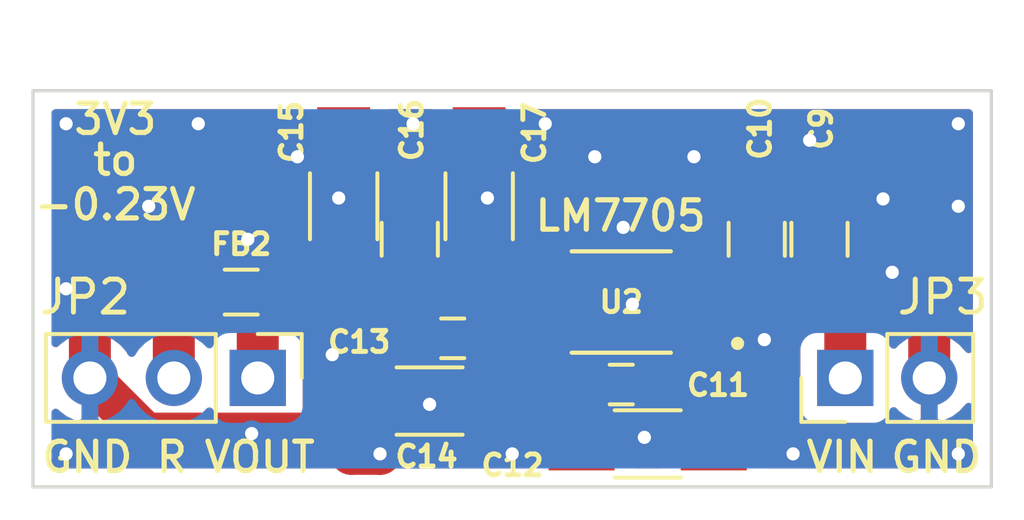
<source format=kicad_pcb>
(kicad_pcb (version 20171130) (host pcbnew "(5.1.6-0-10_14)")

  (general
    (thickness 1.6)
    (drawings 14)
    (tracks 115)
    (zones 0)
    (modules 13)
    (nets 8)
  )

  (page A4)
  (layers
    (0 F.Cu signal)
    (31 B.Cu signal)
    (32 B.Adhes user)
    (33 F.Adhes user)
    (34 B.Paste user)
    (35 F.Paste user)
    (36 B.SilkS user)
    (37 F.SilkS user)
    (38 B.Mask user)
    (39 F.Mask user)
    (40 Dwgs.User user)
    (41 Cmts.User user)
    (42 Eco1.User user)
    (43 Eco2.User user)
    (44 Edge.Cuts user)
    (45 Margin user)
    (46 B.CrtYd user)
    (47 F.CrtYd user)
    (48 B.Fab user)
    (49 F.Fab user hide)
  )

  (setup
    (last_trace_width 1.27)
    (user_trace_width 0.381)
    (user_trace_width 0.508)
    (user_trace_width 0.762)
    (user_trace_width 1.27)
    (user_trace_width 2.54)
    (trace_clearance 0.2)
    (zone_clearance 0.508)
    (zone_45_only no)
    (trace_min 0.2)
    (via_size 0.8)
    (via_drill 0.4)
    (via_min_size 0.4)
    (via_min_drill 0.3)
    (uvia_size 0.3)
    (uvia_drill 0.1)
    (uvias_allowed no)
    (uvia_min_size 0.2)
    (uvia_min_drill 0.1)
    (edge_width 0.1)
    (segment_width 0.2)
    (pcb_text_width 0.3)
    (pcb_text_size 1.5 1.5)
    (mod_edge_width 0.15)
    (mod_text_size 1 1)
    (mod_text_width 0.15)
    (pad_size 1.524 1.524)
    (pad_drill 0.762)
    (pad_to_mask_clearance 0)
    (aux_axis_origin 0 0)
    (visible_elements FFFFFF7F)
    (pcbplotparams
      (layerselection 0x010fc_ffffffff)
      (usegerberextensions true)
      (usegerberattributes true)
      (usegerberadvancedattributes true)
      (creategerberjobfile true)
      (excludeedgelayer true)
      (linewidth 0.100000)
      (plotframeref false)
      (viasonmask false)
      (mode 1)
      (useauxorigin false)
      (hpglpennumber 1)
      (hpglpenspeed 20)
      (hpglpendiameter 15.000000)
      (psnegative false)
      (psa4output false)
      (plotreference true)
      (plotvalue true)
      (plotinvisibletext false)
      (padsonsilk false)
      (subtractmaskfromsilk false)
      (outputformat 1)
      (mirror false)
      (drillshape 0)
      (scaleselection 1)
      (outputdirectory ""))
  )

  (net 0 "")
  (net 1 GND)
  (net 2 "Net-(C11-Pad2)")
  (net 3 "Net-(C11-Pad1)")
  (net 4 "Net-(C13-Pad2)")
  (net 5 "Net-(C15-Pad2)")
  (net 6 "Net-(FB2-Pad1)")
  (net 7 "Net-(C10-Pad2)")

  (net_class Default "This is the default net class."
    (clearance 0.2)
    (trace_width 0.25)
    (via_dia 0.8)
    (via_drill 0.4)
    (uvia_dia 0.3)
    (uvia_drill 0.1)
    (add_net GND)
    (add_net "Net-(C10-Pad2)")
    (add_net "Net-(C11-Pad1)")
    (add_net "Net-(C11-Pad2)")
    (add_net "Net-(C13-Pad2)")
    (add_net "Net-(C15-Pad2)")
    (add_net "Net-(FB2-Pad1)")
  )

  (module Capacitors_SMD:C_0805_HandSoldering (layer F.Cu) (tedit 58AA84A8) (tstamp 608770AD)
    (at 138.8 91.5 270)
    (descr "Capacitor SMD 0805, hand soldering")
    (tags "capacitor 0805")
    (path /60886FCB)
    (attr smd)
    (fp_text reference C9 (at -3.35 -0.05 90) (layer F.SilkS)
      (effects (font (size 0.635 0.635) (thickness 0.15)))
    )
    (fp_text value 10uF (at 0 1.75 90) (layer F.Fab)
      (effects (font (size 1 1) (thickness 0.15)))
    )
    (fp_text user %R (at 0 -1.75 90) (layer F.Fab)
      (effects (font (size 1 1) (thickness 0.15)))
    )
    (fp_line (start -1 0.62) (end -1 -0.62) (layer F.Fab) (width 0.1))
    (fp_line (start 1 0.62) (end -1 0.62) (layer F.Fab) (width 0.1))
    (fp_line (start 1 -0.62) (end 1 0.62) (layer F.Fab) (width 0.1))
    (fp_line (start -1 -0.62) (end 1 -0.62) (layer F.Fab) (width 0.1))
    (fp_line (start 0.5 -0.85) (end -0.5 -0.85) (layer F.SilkS) (width 0.12))
    (fp_line (start -0.5 0.85) (end 0.5 0.85) (layer F.SilkS) (width 0.12))
    (fp_line (start -2.25 -0.88) (end 2.25 -0.88) (layer F.CrtYd) (width 0.05))
    (fp_line (start -2.25 -0.88) (end -2.25 0.87) (layer F.CrtYd) (width 0.05))
    (fp_line (start 2.25 0.87) (end 2.25 -0.88) (layer F.CrtYd) (width 0.05))
    (fp_line (start 2.25 0.87) (end -2.25 0.87) (layer F.CrtYd) (width 0.05))
    (pad 2 smd rect (at 1.25 0 270) (size 1.5 1.25) (layers F.Cu F.Paste F.Mask)
      (net 7 "Net-(C10-Pad2)"))
    (pad 1 smd rect (at -1.25 0 270) (size 1.5 1.25) (layers F.Cu F.Paste F.Mask)
      (net 1 GND))
    (model Capacitors_SMD.3dshapes/C_0805.wrl
      (at (xyz 0 0 0))
      (scale (xyz 1 1 1))
      (rotate (xyz 0 0 0))
    )
  )

  (module Capacitors_SMD:C_0805_HandSoldering (layer F.Cu) (tedit 58AA84A8) (tstamp 6087707D)
    (at 136.9 91.5 270)
    (descr "Capacitor SMD 0805, hand soldering")
    (tags "capacitor 0805")
    (path /60887854)
    (attr smd)
    (fp_text reference C10 (at -3.35 -0.1 90) (layer F.SilkS)
      (effects (font (size 0.635 0.635) (thickness 0.15)))
    )
    (fp_text value 10uF (at 0 1.75 90) (layer F.Fab)
      (effects (font (size 1 1) (thickness 0.15)))
    )
    (fp_line (start 2.25 0.87) (end -2.25 0.87) (layer F.CrtYd) (width 0.05))
    (fp_line (start 2.25 0.87) (end 2.25 -0.88) (layer F.CrtYd) (width 0.05))
    (fp_line (start -2.25 -0.88) (end -2.25 0.87) (layer F.CrtYd) (width 0.05))
    (fp_line (start -2.25 -0.88) (end 2.25 -0.88) (layer F.CrtYd) (width 0.05))
    (fp_line (start -0.5 0.85) (end 0.5 0.85) (layer F.SilkS) (width 0.12))
    (fp_line (start 0.5 -0.85) (end -0.5 -0.85) (layer F.SilkS) (width 0.12))
    (fp_line (start -1 -0.62) (end 1 -0.62) (layer F.Fab) (width 0.1))
    (fp_line (start 1 -0.62) (end 1 0.62) (layer F.Fab) (width 0.1))
    (fp_line (start 1 0.62) (end -1 0.62) (layer F.Fab) (width 0.1))
    (fp_line (start -1 0.62) (end -1 -0.62) (layer F.Fab) (width 0.1))
    (fp_text user %R (at 0 -1.75 90) (layer F.Fab)
      (effects (font (size 1 1) (thickness 0.15)))
    )
    (pad 1 smd rect (at -1.25 0 270) (size 1.5 1.25) (layers F.Cu F.Paste F.Mask)
      (net 1 GND))
    (pad 2 smd rect (at 1.25 0 270) (size 1.5 1.25) (layers F.Cu F.Paste F.Mask)
      (net 7 "Net-(C10-Pad2)"))
    (model Capacitors_SMD.3dshapes/C_0805.wrl
      (at (xyz 0 0 0))
      (scale (xyz 1 1 1))
      (rotate (xyz 0 0 0))
    )
  )

  (module Capacitors_SMD:C_0603_HandSoldering (layer F.Cu) (tedit 58AA848B) (tstamp 60876501)
    (at 132.8 95.9)
    (descr "Capacitor SMD 0603, hand soldering")
    (tags "capacitor 0603")
    (path /6088469B)
    (attr smd)
    (fp_text reference C11 (at 2.93 0.02) (layer F.SilkS)
      (effects (font (size 0.635 0.635) (thickness 0.15)))
    )
    (fp_text value 4.7uF (at 0 1.5) (layer F.Fab)
      (effects (font (size 1 1) (thickness 0.15)))
    )
    (fp_text user %R (at 0 -1.25) (layer F.Fab)
      (effects (font (size 1 1) (thickness 0.15)))
    )
    (fp_line (start -0.8 0.4) (end -0.8 -0.4) (layer F.Fab) (width 0.1))
    (fp_line (start 0.8 0.4) (end -0.8 0.4) (layer F.Fab) (width 0.1))
    (fp_line (start 0.8 -0.4) (end 0.8 0.4) (layer F.Fab) (width 0.1))
    (fp_line (start -0.8 -0.4) (end 0.8 -0.4) (layer F.Fab) (width 0.1))
    (fp_line (start -0.35 -0.6) (end 0.35 -0.6) (layer F.SilkS) (width 0.12))
    (fp_line (start 0.35 0.6) (end -0.35 0.6) (layer F.SilkS) (width 0.12))
    (fp_line (start -1.8 -0.65) (end 1.8 -0.65) (layer F.CrtYd) (width 0.05))
    (fp_line (start -1.8 -0.65) (end -1.8 0.65) (layer F.CrtYd) (width 0.05))
    (fp_line (start 1.8 0.65) (end 1.8 -0.65) (layer F.CrtYd) (width 0.05))
    (fp_line (start 1.8 0.65) (end -1.8 0.65) (layer F.CrtYd) (width 0.05))
    (pad 2 smd rect (at 0.95 0) (size 1.2 0.75) (layers F.Cu F.Paste F.Mask)
      (net 2 "Net-(C11-Pad2)"))
    (pad 1 smd rect (at -0.95 0) (size 1.2 0.75) (layers F.Cu F.Paste F.Mask)
      (net 3 "Net-(C11-Pad1)"))
    (model Capacitors_SMD.3dshapes/C_0603.wrl
      (at (xyz 0 0 0))
      (scale (xyz 1 1 1))
      (rotate (xyz 0 0 0))
    )
  )

  (module Capacitors_SMD:C_1206_HandSoldering (layer F.Cu) (tedit 58AA84D1) (tstamp 60876512)
    (at 133.6 97.7)
    (descr "Capacitor SMD 1206, hand soldering")
    (tags "capacitor 1206")
    (path /60884BE8)
    (attr smd)
    (fp_text reference C12 (at -4.09 0.65) (layer F.SilkS)
      (effects (font (size 0.635 0.635) (thickness 0.15)))
    )
    (fp_text value DNP (at 0 2) (layer F.Fab)
      (effects (font (size 1 1) (thickness 0.15)))
    )
    (fp_text user %R (at 0 -1.75) (layer F.Fab)
      (effects (font (size 1 1) (thickness 0.15)))
    )
    (fp_line (start -1.6 0.8) (end -1.6 -0.8) (layer F.Fab) (width 0.1))
    (fp_line (start 1.6 0.8) (end -1.6 0.8) (layer F.Fab) (width 0.1))
    (fp_line (start 1.6 -0.8) (end 1.6 0.8) (layer F.Fab) (width 0.1))
    (fp_line (start -1.6 -0.8) (end 1.6 -0.8) (layer F.Fab) (width 0.1))
    (fp_line (start 1 -1.02) (end -1 -1.02) (layer F.SilkS) (width 0.12))
    (fp_line (start -1 1.02) (end 1 1.02) (layer F.SilkS) (width 0.12))
    (fp_line (start -3.25 -1.05) (end 3.25 -1.05) (layer F.CrtYd) (width 0.05))
    (fp_line (start -3.25 -1.05) (end -3.25 1.05) (layer F.CrtYd) (width 0.05))
    (fp_line (start 3.25 1.05) (end 3.25 -1.05) (layer F.CrtYd) (width 0.05))
    (fp_line (start 3.25 1.05) (end -3.25 1.05) (layer F.CrtYd) (width 0.05))
    (pad 2 smd rect (at 2 0) (size 2 1.6) (layers F.Cu F.Paste F.Mask)
      (net 2 "Net-(C11-Pad2)"))
    (pad 1 smd rect (at -2 0) (size 2 1.6) (layers F.Cu F.Paste F.Mask)
      (net 3 "Net-(C11-Pad1)"))
    (model Capacitors_SMD.3dshapes/C_1206.wrl
      (at (xyz 0 0 0))
      (scale (xyz 1 1 1))
      (rotate (xyz 0 0 0))
    )
  )

  (module Capacitors_SMD:C_0603_HandSoldering (layer F.Cu) (tedit 58AA848B) (tstamp 60876523)
    (at 127.7 94.5)
    (descr "Capacitor SMD 0603, hand soldering")
    (tags "capacitor 0603")
    (path /6089262D)
    (attr smd)
    (fp_text reference C13 (at -2.83 0.11) (layer F.SilkS)
      (effects (font (size 0.635 0.635) (thickness 0.15)))
    )
    (fp_text value 4.7uF (at 0 1.5) (layer F.Fab)
      (effects (font (size 1 1) (thickness 0.15)))
    )
    (fp_line (start 1.8 0.65) (end -1.8 0.65) (layer F.CrtYd) (width 0.05))
    (fp_line (start 1.8 0.65) (end 1.8 -0.65) (layer F.CrtYd) (width 0.05))
    (fp_line (start -1.8 -0.65) (end -1.8 0.65) (layer F.CrtYd) (width 0.05))
    (fp_line (start -1.8 -0.65) (end 1.8 -0.65) (layer F.CrtYd) (width 0.05))
    (fp_line (start 0.35 0.6) (end -0.35 0.6) (layer F.SilkS) (width 0.12))
    (fp_line (start -0.35 -0.6) (end 0.35 -0.6) (layer F.SilkS) (width 0.12))
    (fp_line (start -0.8 -0.4) (end 0.8 -0.4) (layer F.Fab) (width 0.1))
    (fp_line (start 0.8 -0.4) (end 0.8 0.4) (layer F.Fab) (width 0.1))
    (fp_line (start 0.8 0.4) (end -0.8 0.4) (layer F.Fab) (width 0.1))
    (fp_line (start -0.8 0.4) (end -0.8 -0.4) (layer F.Fab) (width 0.1))
    (fp_text user %R (at 0 -1.25) (layer F.Fab)
      (effects (font (size 1 1) (thickness 0.15)))
    )
    (pad 1 smd rect (at -0.95 0) (size 1.2 0.75) (layers F.Cu F.Paste F.Mask)
      (net 1 GND))
    (pad 2 smd rect (at 0.95 0) (size 1.2 0.75) (layers F.Cu F.Paste F.Mask)
      (net 4 "Net-(C13-Pad2)"))
    (model Capacitors_SMD.3dshapes/C_0603.wrl
      (at (xyz 0 0 0))
      (scale (xyz 1 1 1))
      (rotate (xyz 0 0 0))
    )
  )

  (module Capacitors_SMD:C_1206_HandSoldering (layer F.Cu) (tedit 58AA84D1) (tstamp 60876534)
    (at 127 96.4)
    (descr "Capacitor SMD 1206, hand soldering")
    (tags "capacitor 1206")
    (path /60892067)
    (attr smd)
    (fp_text reference C14 (at -0.09 1.68) (layer F.SilkS)
      (effects (font (size 0.635 0.635) (thickness 0.15)))
    )
    (fp_text value DNP (at 0 2) (layer F.Fab)
      (effects (font (size 1 1) (thickness 0.15)))
    )
    (fp_line (start 3.25 1.05) (end -3.25 1.05) (layer F.CrtYd) (width 0.05))
    (fp_line (start 3.25 1.05) (end 3.25 -1.05) (layer F.CrtYd) (width 0.05))
    (fp_line (start -3.25 -1.05) (end -3.25 1.05) (layer F.CrtYd) (width 0.05))
    (fp_line (start -3.25 -1.05) (end 3.25 -1.05) (layer F.CrtYd) (width 0.05))
    (fp_line (start -1 1.02) (end 1 1.02) (layer F.SilkS) (width 0.12))
    (fp_line (start 1 -1.02) (end -1 -1.02) (layer F.SilkS) (width 0.12))
    (fp_line (start -1.6 -0.8) (end 1.6 -0.8) (layer F.Fab) (width 0.1))
    (fp_line (start 1.6 -0.8) (end 1.6 0.8) (layer F.Fab) (width 0.1))
    (fp_line (start 1.6 0.8) (end -1.6 0.8) (layer F.Fab) (width 0.1))
    (fp_line (start -1.6 0.8) (end -1.6 -0.8) (layer F.Fab) (width 0.1))
    (fp_text user %R (at 0 -1.75) (layer F.Fab)
      (effects (font (size 1 1) (thickness 0.15)))
    )
    (pad 1 smd rect (at -2 0) (size 2 1.6) (layers F.Cu F.Paste F.Mask)
      (net 1 GND))
    (pad 2 smd rect (at 2 0) (size 2 1.6) (layers F.Cu F.Paste F.Mask)
      (net 4 "Net-(C13-Pad2)"))
    (model Capacitors_SMD.3dshapes/C_1206.wrl
      (at (xyz 0 0 0))
      (scale (xyz 1 1 1))
      (rotate (xyz 0 0 0))
    )
  )

  (module Capacitors_SMD:C_1206_HandSoldering (layer F.Cu) (tedit 58AA84D1) (tstamp 60876545)
    (at 124.4 90.5 270)
    (descr "Capacitor SMD 1206, hand soldering")
    (tags "capacitor 1206")
    (path /6089282D)
    (attr smd)
    (fp_text reference C15 (at -2.25 1.58 90) (layer F.SilkS)
      (effects (font (size 0.635 0.635) (thickness 0.15)))
    )
    (fp_text value 470nF (at 0 2 90) (layer F.Fab)
      (effects (font (size 1 1) (thickness 0.15)))
    )
    (fp_text user %R (at 0 -1.75 90) (layer F.Fab)
      (effects (font (size 1 1) (thickness 0.15)))
    )
    (fp_line (start -1.6 0.8) (end -1.6 -0.8) (layer F.Fab) (width 0.1))
    (fp_line (start 1.6 0.8) (end -1.6 0.8) (layer F.Fab) (width 0.1))
    (fp_line (start 1.6 -0.8) (end 1.6 0.8) (layer F.Fab) (width 0.1))
    (fp_line (start -1.6 -0.8) (end 1.6 -0.8) (layer F.Fab) (width 0.1))
    (fp_line (start 1 -1.02) (end -1 -1.02) (layer F.SilkS) (width 0.12))
    (fp_line (start -1 1.02) (end 1 1.02) (layer F.SilkS) (width 0.12))
    (fp_line (start -3.25 -1.05) (end 3.25 -1.05) (layer F.CrtYd) (width 0.05))
    (fp_line (start -3.25 -1.05) (end -3.25 1.05) (layer F.CrtYd) (width 0.05))
    (fp_line (start 3.25 1.05) (end 3.25 -1.05) (layer F.CrtYd) (width 0.05))
    (fp_line (start 3.25 1.05) (end -3.25 1.05) (layer F.CrtYd) (width 0.05))
    (pad 2 smd rect (at 2 0 270) (size 2 1.6) (layers F.Cu F.Paste F.Mask)
      (net 5 "Net-(C15-Pad2)"))
    (pad 1 smd rect (at -2 0 270) (size 2 1.6) (layers F.Cu F.Paste F.Mask)
      (net 1 GND))
    (model Capacitors_SMD.3dshapes/C_1206.wrl
      (at (xyz 0 0 0))
      (scale (xyz 1 1 1))
      (rotate (xyz 0 0 0))
    )
  )

  (module Capacitors_SMD:C_0805_HandSoldering (layer F.Cu) (tedit 58AA84A8) (tstamp 60876556)
    (at 126.4 91.5 270)
    (descr "Capacitor SMD 0805, hand soldering")
    (tags "capacitor 0805")
    (path /60892C64)
    (attr smd)
    (fp_text reference C16 (at -3.31 -0.06 90) (layer F.SilkS)
      (effects (font (size 0.635 0.635) (thickness 0.15)))
    )
    (fp_text value 22uF (at 0 1.75 90) (layer F.Fab)
      (effects (font (size 1 1) (thickness 0.15)))
    )
    (fp_text user %R (at 0 -1.75 90) (layer F.Fab)
      (effects (font (size 1 1) (thickness 0.15)))
    )
    (fp_line (start -1 0.62) (end -1 -0.62) (layer F.Fab) (width 0.1))
    (fp_line (start 1 0.62) (end -1 0.62) (layer F.Fab) (width 0.1))
    (fp_line (start 1 -0.62) (end 1 0.62) (layer F.Fab) (width 0.1))
    (fp_line (start -1 -0.62) (end 1 -0.62) (layer F.Fab) (width 0.1))
    (fp_line (start 0.5 -0.85) (end -0.5 -0.85) (layer F.SilkS) (width 0.12))
    (fp_line (start -0.5 0.85) (end 0.5 0.85) (layer F.SilkS) (width 0.12))
    (fp_line (start -2.25 -0.88) (end 2.25 -0.88) (layer F.CrtYd) (width 0.05))
    (fp_line (start -2.25 -0.88) (end -2.25 0.87) (layer F.CrtYd) (width 0.05))
    (fp_line (start 2.25 0.87) (end 2.25 -0.88) (layer F.CrtYd) (width 0.05))
    (fp_line (start 2.25 0.87) (end -2.25 0.87) (layer F.CrtYd) (width 0.05))
    (pad 2 smd rect (at 1.25 0 270) (size 1.5 1.25) (layers F.Cu F.Paste F.Mask)
      (net 5 "Net-(C15-Pad2)"))
    (pad 1 smd rect (at -1.25 0 270) (size 1.5 1.25) (layers F.Cu F.Paste F.Mask)
      (net 1 GND))
    (model Capacitors_SMD.3dshapes/C_0805.wrl
      (at (xyz 0 0 0))
      (scale (xyz 1 1 1))
      (rotate (xyz 0 0 0))
    )
  )

  (module Capacitors_SMD:C_1206_HandSoldering (layer F.Cu) (tedit 58AA84D1) (tstamp 60876567)
    (at 128.5 90.5 270)
    (descr "Capacitor SMD 1206, hand soldering")
    (tags "capacitor 1206")
    (path /608A650D)
    (attr smd)
    (fp_text reference C17 (at -2.22 -1.67 90) (layer F.SilkS)
      (effects (font (size 0.635 0.635) (thickness 0.15)))
    )
    (fp_text value DNP (at 0 2 90) (layer F.Fab)
      (effects (font (size 1 1) (thickness 0.15)))
    )
    (fp_line (start 3.25 1.05) (end -3.25 1.05) (layer F.CrtYd) (width 0.05))
    (fp_line (start 3.25 1.05) (end 3.25 -1.05) (layer F.CrtYd) (width 0.05))
    (fp_line (start -3.25 -1.05) (end -3.25 1.05) (layer F.CrtYd) (width 0.05))
    (fp_line (start -3.25 -1.05) (end 3.25 -1.05) (layer F.CrtYd) (width 0.05))
    (fp_line (start -1 1.02) (end 1 1.02) (layer F.SilkS) (width 0.12))
    (fp_line (start 1 -1.02) (end -1 -1.02) (layer F.SilkS) (width 0.12))
    (fp_line (start -1.6 -0.8) (end 1.6 -0.8) (layer F.Fab) (width 0.1))
    (fp_line (start 1.6 -0.8) (end 1.6 0.8) (layer F.Fab) (width 0.1))
    (fp_line (start 1.6 0.8) (end -1.6 0.8) (layer F.Fab) (width 0.1))
    (fp_line (start -1.6 0.8) (end -1.6 -0.8) (layer F.Fab) (width 0.1))
    (fp_text user %R (at 0 -1.75 90) (layer F.Fab)
      (effects (font (size 1 1) (thickness 0.15)))
    )
    (pad 1 smd rect (at -2 0 270) (size 2 1.6) (layers F.Cu F.Paste F.Mask)
      (net 1 GND))
    (pad 2 smd rect (at 2 0 270) (size 2 1.6) (layers F.Cu F.Paste F.Mask)
      (net 5 "Net-(C15-Pad2)"))
    (model Capacitors_SMD.3dshapes/C_1206.wrl
      (at (xyz 0 0 0))
      (scale (xyz 1 1 1))
      (rotate (xyz 0 0 0))
    )
  )

  (module Resistors_SMD:R_0603_HandSoldering (layer F.Cu) (tedit 58E0A804) (tstamp 60876578)
    (at 121.3 93.1)
    (descr "Resistor SMD 0603, hand soldering")
    (tags "resistor 0603")
    (path /6089C379)
    (attr smd)
    (fp_text reference FB2 (at 0 -1.45) (layer F.SilkS)
      (effects (font (size 0.635 0.635) (thickness 0.15)))
    )
    (fp_text value 120@100MHz (at 0 1.55) (layer F.Fab)
      (effects (font (size 1 1) (thickness 0.15)))
    )
    (fp_text user %R (at 0 0) (layer F.Fab)
      (effects (font (size 0.4 0.4) (thickness 0.075)))
    )
    (fp_line (start -0.8 0.4) (end -0.8 -0.4) (layer F.Fab) (width 0.1))
    (fp_line (start 0.8 0.4) (end -0.8 0.4) (layer F.Fab) (width 0.1))
    (fp_line (start 0.8 -0.4) (end 0.8 0.4) (layer F.Fab) (width 0.1))
    (fp_line (start -0.8 -0.4) (end 0.8 -0.4) (layer F.Fab) (width 0.1))
    (fp_line (start 0.5 0.68) (end -0.5 0.68) (layer F.SilkS) (width 0.12))
    (fp_line (start -0.5 -0.68) (end 0.5 -0.68) (layer F.SilkS) (width 0.12))
    (fp_line (start -1.96 -0.7) (end 1.95 -0.7) (layer F.CrtYd) (width 0.05))
    (fp_line (start -1.96 -0.7) (end -1.96 0.7) (layer F.CrtYd) (width 0.05))
    (fp_line (start 1.95 0.7) (end 1.95 -0.7) (layer F.CrtYd) (width 0.05))
    (fp_line (start 1.95 0.7) (end -1.96 0.7) (layer F.CrtYd) (width 0.05))
    (pad 2 smd rect (at 1.1 0) (size 1.2 0.9) (layers F.Cu F.Paste F.Mask)
      (net 5 "Net-(C15-Pad2)"))
    (pad 1 smd rect (at -1.1 0) (size 1.2 0.9) (layers F.Cu F.Paste F.Mask)
      (net 6 "Net-(FB2-Pad1)"))
    (model ${KISYS3DMOD}/Resistors_SMD.3dshapes/R_0603.wrl
      (at (xyz 0 0 0))
      (scale (xyz 1 1 1))
      (rotate (xyz 0 0 0))
    )
  )

  (module Pin_Headers:Pin_Header_Straight_1x03_Pitch2.54mm (layer F.Cu) (tedit 59650532) (tstamp 608767C9)
    (at 121.8 95.7 270)
    (descr "Through hole straight pin header, 1x03, 2.54mm pitch, single row")
    (tags "Through hole pin header THT 1x03 2.54mm single row")
    (path /60899914)
    (fp_text reference JP2 (at -2.45 5.22 180) (layer F.SilkS)
      (effects (font (size 1 1) (thickness 0.15)))
    )
    (fp_text value Conn_01x03_Male (at 0 7.41 90) (layer F.Fab)
      (effects (font (size 1 1) (thickness 0.15)))
    )
    (fp_line (start 1.8 -1.8) (end -1.8 -1.8) (layer F.CrtYd) (width 0.05))
    (fp_line (start 1.8 6.85) (end 1.8 -1.8) (layer F.CrtYd) (width 0.05))
    (fp_line (start -1.8 6.85) (end 1.8 6.85) (layer F.CrtYd) (width 0.05))
    (fp_line (start -1.8 -1.8) (end -1.8 6.85) (layer F.CrtYd) (width 0.05))
    (fp_line (start -1.33 -1.33) (end 0 -1.33) (layer F.SilkS) (width 0.12))
    (fp_line (start -1.33 0) (end -1.33 -1.33) (layer F.SilkS) (width 0.12))
    (fp_line (start -1.33 1.27) (end 1.33 1.27) (layer F.SilkS) (width 0.12))
    (fp_line (start 1.33 1.27) (end 1.33 6.41) (layer F.SilkS) (width 0.12))
    (fp_line (start -1.33 1.27) (end -1.33 6.41) (layer F.SilkS) (width 0.12))
    (fp_line (start -1.33 6.41) (end 1.33 6.41) (layer F.SilkS) (width 0.12))
    (fp_line (start -1.27 -0.635) (end -0.635 -1.27) (layer F.Fab) (width 0.1))
    (fp_line (start -1.27 6.35) (end -1.27 -0.635) (layer F.Fab) (width 0.1))
    (fp_line (start 1.27 6.35) (end -1.27 6.35) (layer F.Fab) (width 0.1))
    (fp_line (start 1.27 -1.27) (end 1.27 6.35) (layer F.Fab) (width 0.1))
    (fp_line (start -0.635 -1.27) (end 1.27 -1.27) (layer F.Fab) (width 0.1))
    (fp_text user %R (at 0 2.54) (layer F.Fab)
      (effects (font (size 1 1) (thickness 0.15)))
    )
    (pad 1 thru_hole rect (at 0 0 270) (size 1.7 1.7) (drill 1) (layers *.Cu *.Mask)
      (net 5 "Net-(C15-Pad2)"))
    (pad 2 thru_hole oval (at 0 2.54 270) (size 1.7 1.7) (drill 1) (layers *.Cu *.Mask)
      (net 6 "Net-(FB2-Pad1)"))
    (pad 3 thru_hole oval (at 0 5.08 270) (size 1.7 1.7) (drill 1) (layers *.Cu *.Mask)
      (net 1 GND))
    (model ${KISYS3DMOD}/Pin_Headers.3dshapes/Pin_Header_Straight_1x03_Pitch2.54mm.wrl
      (at (xyz 0 0 0))
      (scale (xyz 1 1 1))
      (rotate (xyz 0 0 0))
    )
  )

  (module Ninja-qPCR:LM7705MMX-NOPB (layer F.Cu) (tedit 608759F8) (tstamp 608765BE)
    (at 132.8 93.4 180)
    (path /60883C1C)
    (fp_text reference U2 (at 0 0) (layer F.SilkS)
      (effects (font (size 0.64 0.64) (thickness 0.15)))
    )
    (fp_text value LM7705MMX_NOPB (at 3.5024 2.3064) (layer F.Fab) hide
      (effects (font (size 0.64 0.64) (thickness 0.015)))
    )
    (fp_circle (center -3.52 -1.255) (end -3.42 -1.255) (layer F.SilkS) (width 0.2))
    (fp_circle (center -3.52 -1.255) (end -3.42 -1.255) (layer F.Fab) (width 0.2))
    (fp_line (start -1.5 -1.5) (end 1.5 -1.5) (layer F.Fab) (width 0.127))
    (fp_line (start -1.5 1.5) (end 1.5 1.5) (layer F.Fab) (width 0.127))
    (fp_line (start -1.5 -1.535) (end 1.5 -1.535) (layer F.SilkS) (width 0.127))
    (fp_line (start -1.5 1.535) (end 1.5 1.535) (layer F.SilkS) (width 0.127))
    (fp_line (start -1.5 -1.5) (end -1.5 1.5) (layer F.Fab) (width 0.127))
    (fp_line (start 1.5 -1.5) (end 1.5 1.5) (layer F.Fab) (width 0.127))
    (fp_line (start -3.135 -1.75) (end 3.135 -1.75) (layer F.CrtYd) (width 0.05))
    (fp_line (start -3.135 1.75) (end 3.135 1.75) (layer F.CrtYd) (width 0.05))
    (fp_line (start -3.135 -1.75) (end -3.135 1.75) (layer F.CrtYd) (width 0.05))
    (fp_line (start 3.135 -1.75) (end 3.135 1.75) (layer F.CrtYd) (width 0.05))
    (pad 8 smd rect (at 2.15 -0.975 180) (size 1.47 0.48) (layers F.Cu F.Paste F.Mask)
      (net 3 "Net-(C11-Pad1)"))
    (pad 7 smd rect (at 2.15 -0.325 180) (size 1.47 0.48) (layers F.Cu F.Paste F.Mask)
      (net 4 "Net-(C13-Pad2)"))
    (pad 6 smd rect (at 2.15 0.325 180) (size 1.47 0.48) (layers F.Cu F.Paste F.Mask)
      (net 5 "Net-(C15-Pad2)"))
    (pad 5 smd rect (at 2.15 0.975 180) (size 1.47 0.48) (layers F.Cu F.Paste F.Mask)
      (net 1 GND))
    (pad 4 smd rect (at -2.15 0.975 180) (size 1.47 0.48) (layers F.Cu F.Paste F.Mask)
      (net 7 "Net-(C10-Pad2)"))
    (pad 3 smd rect (at -2.15 0.325 180) (size 1.47 0.48) (layers F.Cu F.Paste F.Mask)
      (net 1 GND))
    (pad 2 smd rect (at -2.15 -0.325 180) (size 1.47 0.48) (layers F.Cu F.Paste F.Mask)
      (net 1 GND))
    (pad 1 smd rect (at -2.15 -0.975 180) (size 1.47 0.48) (layers F.Cu F.Paste F.Mask)
      (net 2 "Net-(C11-Pad2)"))
  )

  (module Pin_Headers:Pin_Header_Straight_1x02_Pitch2.54mm (layer F.Cu) (tedit 59650532) (tstamp 60876E56)
    (at 139.58 95.7 90)
    (descr "Through hole straight pin header, 1x02, 2.54mm pitch, single row")
    (tags "Through hole pin header THT 1x02 2.54mm single row")
    (path /608ADC53)
    (fp_text reference JP3 (at 2.45 2.95 180) (layer F.SilkS)
      (effects (font (size 1 1) (thickness 0.15)))
    )
    (fp_text value Conn_01x02_Male (at 0 4.87 90) (layer F.Fab)
      (effects (font (size 1 1) (thickness 0.15)))
    )
    (fp_text user %R (at 0 1.27) (layer F.Fab)
      (effects (font (size 1 1) (thickness 0.15)))
    )
    (fp_line (start -0.635 -1.27) (end 1.27 -1.27) (layer F.Fab) (width 0.1))
    (fp_line (start 1.27 -1.27) (end 1.27 3.81) (layer F.Fab) (width 0.1))
    (fp_line (start 1.27 3.81) (end -1.27 3.81) (layer F.Fab) (width 0.1))
    (fp_line (start -1.27 3.81) (end -1.27 -0.635) (layer F.Fab) (width 0.1))
    (fp_line (start -1.27 -0.635) (end -0.635 -1.27) (layer F.Fab) (width 0.1))
    (fp_line (start -1.33 3.87) (end 1.33 3.87) (layer F.SilkS) (width 0.12))
    (fp_line (start -1.33 1.27) (end -1.33 3.87) (layer F.SilkS) (width 0.12))
    (fp_line (start 1.33 1.27) (end 1.33 3.87) (layer F.SilkS) (width 0.12))
    (fp_line (start -1.33 1.27) (end 1.33 1.27) (layer F.SilkS) (width 0.12))
    (fp_line (start -1.33 0) (end -1.33 -1.33) (layer F.SilkS) (width 0.12))
    (fp_line (start -1.33 -1.33) (end 0 -1.33) (layer F.SilkS) (width 0.12))
    (fp_line (start -1.8 -1.8) (end -1.8 4.35) (layer F.CrtYd) (width 0.05))
    (fp_line (start -1.8 4.35) (end 1.8 4.35) (layer F.CrtYd) (width 0.05))
    (fp_line (start 1.8 4.35) (end 1.8 -1.8) (layer F.CrtYd) (width 0.05))
    (fp_line (start 1.8 -1.8) (end -1.8 -1.8) (layer F.CrtYd) (width 0.05))
    (pad 2 thru_hole oval (at 0 2.54 90) (size 1.7 1.7) (drill 1) (layers *.Cu *.Mask)
      (net 1 GND))
    (pad 1 thru_hole rect (at 0 0 90) (size 1.7 1.7) (drill 1) (layers *.Cu *.Mask)
      (net 7 "Net-(C10-Pad2)"))
    (model ${KISYS3DMOD}/Pin_Headers.3dshapes/Pin_Header_Straight_1x02_Pitch2.54mm.wrl
      (at (xyz 0 0 0))
      (scale (xyz 1 1 1))
      (rotate (xyz 0 0 0))
    )
  )

  (gr_text 29x12mm (at 117.89 85.1) (layer Dwgs.User)
    (effects (font (size 1 1) (thickness 0.15)))
  )
  (gr_text -0.23V (at 117.49 90.45) (layer F.SilkS) (tstamp 608775C5)
    (effects (font (size 0.889 0.889) (thickness 0.15875)))
  )
  (gr_text to (at 117.49 89.1) (layer F.SilkS) (tstamp 608775C3)
    (effects (font (size 0.889 0.889) (thickness 0.15875)))
  )
  (gr_text 3V3 (at 117.49 87.86) (layer F.SilkS) (tstamp 608775BF)
    (effects (font (size 0.889 0.889) (thickness 0.15875)))
  )
  (gr_text LM7705 (at 132.78 90.79) (layer F.SilkS) (tstamp 608775BA)
    (effects (font (size 0.889 0.889) (thickness 0.15875)))
  )
  (gr_text VOUT (at 121.86 98.1) (layer F.SilkS) (tstamp 6087746C)
    (effects (font (size 0.889 0.889) (thickness 0.15875)))
  )
  (gr_text R (at 119.2 98.1) (layer F.SilkS) (tstamp 6087746A)
    (effects (font (size 0.889 0.889) (thickness 0.15875)))
  )
  (gr_text GND (at 116.64 98.1) (layer F.SilkS) (tstamp 60877459)
    (effects (font (size 0.889 0.889) (thickness 0.15875)))
  )
  (gr_text VIN (at 139.48 98.1) (layer F.SilkS) (tstamp 60877452)
    (effects (font (size 0.889 0.889) (thickness 0.15875)))
  )
  (gr_text GND (at 142.34 98.1) (layer F.SilkS)
    (effects (font (size 0.889 0.889) (thickness 0.15875)))
  )
  (gr_line (start 115 87) (end 115 99) (layer Edge.Cuts) (width 0.1))
  (gr_line (start 144 87) (end 115 87) (layer Edge.Cuts) (width 0.1))
  (gr_line (start 144 99) (end 144 87) (layer Edge.Cuts) (width 0.1))
  (gr_line (start 115 99) (end 144 99) (layer Edge.Cuts) (width 0.1))

  (segment (start 140.695 90.25) (end 138.8 90.25) (width 1.27) (layer F.Cu) (net 1) (status 20))
  (segment (start 142.12 91.675) (end 140.7225 90.2775) (width 1.27) (layer F.Cu) (net 1))
  (segment (start 142.12 95.7) (end 142.12 91.675) (width 1.27) (layer F.Cu) (net 1) (status 10))
  (segment (start 138.8 90.25) (end 136.9 90.25) (width 1.27) (layer F.Cu) (net 1) (status 30))
  (segment (start 116.72 94.026998) (end 116.72 95.7) (width 1.27) (layer F.Cu) (net 1) (status 20))
  (segment (start 120.496998 90.25) (end 116.72 94.026998) (width 1.27) (layer F.Cu) (net 1))
  (segment (start 118.405001 97.385001) (end 116.72 95.7) (width 1.27) (layer F.Cu) (net 1) (status 20))
  (segment (start 124.014999 97.385001) (end 121.614999 97.385001) (width 1.27) (layer F.Cu) (net 1))
  (segment (start 125 96.4) (end 124.014999 97.385001) (width 1.27) (layer F.Cu) (net 1) (status 10))
  (segment (start 124.4 88.5) (end 124.4 90.2) (width 1.27) (layer F.Cu) (net 1) (status 10))
  (segment (start 124.35 90.25) (end 124.25 90.25) (width 1.27) (layer F.Cu) (net 1))
  (segment (start 124.4 90.2) (end 124.35 90.25) (width 1.27) (layer F.Cu) (net 1))
  (segment (start 126.4 90.25) (end 124.35 90.25) (width 1.27) (layer F.Cu) (net 1) (status 10))
  (segment (start 128.5 89.9) (end 128.85 90.25) (width 1.27) (layer F.Cu) (net 1))
  (segment (start 128.85 90.25) (end 128.75 90.25) (width 1.27) (layer F.Cu) (net 1) (status 20))
  (segment (start 128.5 88.5) (end 128.5 89.9) (width 1.27) (layer F.Cu) (net 1) (status 10))
  (segment (start 125 96.4) (end 125 96.25) (width 1.27) (layer F.Cu) (net 1) (status 30))
  (segment (start 128.85 90.25) (end 130.65 90.25) (width 1.27) (layer F.Cu) (net 1))
  (segment (start 130.65 90.25) (end 130.65 91.999999) (width 1.27) (layer F.Cu) (net 1))
  (segment (start 132.86 90.25) (end 132.86 91.14) (width 1.27) (layer F.Cu) (net 1))
  (segment (start 136.9 90.25) (end 132.86 90.25) (width 1.27) (layer F.Cu) (net 1))
  (segment (start 132.86 90.25) (end 128.85 90.25) (width 1.27) (layer F.Cu) (net 1))
  (segment (start 133.105 93.075) (end 132.86 92.83) (width 0.25) (layer F.Cu) (net 1))
  (segment (start 134.95 93.075) (end 133.105 93.075) (width 0.25) (layer F.Cu) (net 1))
  (segment (start 133.755 93.725) (end 132.86 92.83) (width 0.25) (layer F.Cu) (net 1))
  (segment (start 134.95 93.725) (end 133.755 93.725) (width 0.25) (layer F.Cu) (net 1))
  (segment (start 133.136999 93.466999) (end 133.136999 93.466999) (width 1.27) (layer F.Cu) (net 1))
  (segment (start 132.86 93.19) (end 133.136999 93.466999) (width 1.27) (layer F.Cu) (net 1))
  (segment (start 132.86 92.83) (end 132.86 93.19) (width 1.27) (layer F.Cu) (net 1))
  (via (at 116 88) (size 0.8) (drill 0.4) (layers F.Cu B.Cu) (net 1))
  (via (at 116 93) (size 0.8) (drill 0.4) (layers F.Cu B.Cu) (net 1))
  (via (at 123 89) (size 0.8) (drill 0.4) (layers F.Cu B.Cu) (net 1))
  (via (at 118.5 90.5) (size 0.8) (drill 0.4) (layers F.Cu B.Cu) (net 1))
  (via (at 120 88) (size 0.8) (drill 0.4) (layers F.Cu B.Cu) (net 1))
  (via (at 116 98) (size 0.8) (drill 0.4) (layers F.Cu B.Cu) (net 1))
  (via (at 125.5 98) (size 0.8) (drill 0.4) (layers F.Cu B.Cu) (net 1))
  (via (at 129.5 98) (size 0.8) (drill 0.4) (layers F.Cu B.Cu) (net 1))
  (via (at 127 96.5) (size 0.8) (drill 0.4) (layers F.Cu B.Cu) (net 1))
  (via (at 133.5 97.5) (size 0.8) (drill 0.4) (layers F.Cu B.Cu) (net 1))
  (via (at 121.5 91.5) (size 0.8) (drill 0.4) (layers F.Cu B.Cu) (net 1))
  (via (at 126.5 88) (size 0.8) (drill 0.4) (layers F.Cu B.Cu) (net 1))
  (via (at 130.5 88) (size 0.8) (drill 0.4) (layers F.Cu B.Cu) (net 1))
  (via (at 135 89) (size 0.8) (drill 0.4) (layers F.Cu B.Cu) (net 1))
  (via (at 132 89) (size 0.8) (drill 0.4) (layers F.Cu B.Cu) (net 1))
  (via (at 143 88) (size 0.8) (drill 0.4) (layers F.Cu B.Cu) (net 1))
  (via (at 138.5 88.5) (size 0.8) (drill 0.4) (layers F.Cu B.Cu) (net 1))
  (via (at 143 90.5) (size 0.8) (drill 0.4) (layers F.Cu B.Cu) (net 1))
  (via (at 143 98) (size 0.8) (drill 0.4) (layers F.Cu B.Cu) (net 1))
  (via (at 138 98) (size 0.8) (drill 0.4) (layers F.Cu B.Cu) (net 1))
  (via (at 141 92.5) (size 0.8) (drill 0.4) (layers F.Cu B.Cu) (net 1))
  (segment (start 140.7225 90.2775) (end 140.695 90.25) (width 1.27) (layer F.Cu) (net 1) (tstamp 60877204))
  (via (at 140.7225 90.2775) (size 0.8) (drill 0.4) (layers F.Cu B.Cu) (net 1))
  (segment (start 132.86 91.14) (end 132.86 92.83) (width 1.27) (layer F.Cu) (net 1) (tstamp 60877206))
  (via (at 132.86 91.14) (size 0.8) (drill 0.4) (layers F.Cu B.Cu) (net 1))
  (segment (start 133.136999 93.466999) (end 133.379999 93.466999) (width 1.27) (layer F.Cu) (net 1) (tstamp 60877208))
  (via (at 133.136999 93.466999) (size 0.8) (drill 0.4) (layers F.Cu B.Cu) (net 1))
  (segment (start 128.75 90.25) (end 126.4 90.25) (width 1.27) (layer F.Cu) (net 1) (tstamp 6087720A) (status 20))
  (via (at 128.75 90.25) (size 0.8) (drill 0.4) (layers F.Cu B.Cu) (net 1))
  (segment (start 124.25 90.25) (end 120.496998 90.25) (width 1.27) (layer F.Cu) (net 1) (tstamp 6087720C))
  (via (at 124.25 90.25) (size 0.8) (drill 0.4) (layers F.Cu B.Cu) (net 1))
  (segment (start 121.614999 97.385001) (end 118.405001 97.385001) (width 1.27) (layer F.Cu) (net 1) (tstamp 6087720E))
  (via (at 121.614999 97.385001) (size 0.8) (drill 0.4) (layers F.Cu B.Cu) (net 1))
  (segment (start 133.136999 93.466999) (end 135.576999 93.466999) (width 0.762) (layer F.Cu) (net 1))
  (segment (start 136.075501 93.965501) (end 135.576999 93.466999) (width 0.381) (layer F.Cu) (net 1))
  (segment (start 138 96.37) (end 136.075501 94.445501) (width 0.381) (layer F.Cu) (net 1))
  (segment (start 136.075501 94.445501) (end 136.075501 93.965501) (width 0.381) (layer F.Cu) (net 1))
  (segment (start 138 98) (end 138 96.37) (width 0.381) (layer F.Cu) (net 1))
  (via (at 137.13 94.54) (size 0.8) (drill 0.4) (layers F.Cu B.Cu) (net 1))
  (segment (start 124.629998 98) (end 124.014999 97.385001) (width 1.27) (layer F.Cu) (net 1))
  (segment (start 125.5 98) (end 124.629998 98) (width 1.27) (layer F.Cu) (net 1))
  (segment (start 124.014999 97.385001) (end 124.014999 95.034999) (width 1.27) (layer F.Cu) (net 1))
  (segment (start 124.014999 95.034999) (end 124.054998 94.995) (width 1.27) (layer F.Cu) (net 1))
  (segment (start 126.255 94.995) (end 126.75 94.5) (width 1.27) (layer F.Cu) (net 1))
  (segment (start 124.054998 94.995) (end 124.055 94.995) (width 1.27) (layer F.Cu) (net 1))
  (segment (start 125 96.25) (end 126.255 94.995) (width 1.27) (layer F.Cu) (net 1))
  (segment (start 126.255 96.125) (end 126.76 96.63) (width 1.27) (layer F.Cu) (net 1))
  (segment (start 126.255 94.995) (end 126.255 96.125) (width 1.27) (layer F.Cu) (net 1))
  (segment (start 126.76 96.74) (end 125.5 98) (width 1.27) (layer F.Cu) (net 1))
  (segment (start 126.76 96.63) (end 126.76 96.74) (width 1.27) (layer F.Cu) (net 1))
  (segment (start 125.5 96.9) (end 125 96.4) (width 1.27) (layer F.Cu) (net 1))
  (segment (start 125.5 98) (end 125.5 96.9) (width 1.27) (layer F.Cu) (net 1))
  (segment (start 124.055 94.995) (end 126.255 94.995) (width 1.27) (layer F.Cu) (net 1) (tstamp 6087722A))
  (via (at 124.055 94.995) (size 0.8) (drill 0.4) (layers F.Cu B.Cu) (net 1))
  (segment (start 135.6 95.450001) (end 134.95 94.800001) (width 1.27) (layer F.Cu) (net 2))
  (segment (start 135.6 97.7) (end 135.6 95.450001) (width 1.27) (layer F.Cu) (net 2))
  (segment (start 135.150001 95.9) (end 135.6 95.450001) (width 1.27) (layer F.Cu) (net 2))
  (segment (start 133.75 95.9) (end 135.150001 95.9) (width 1.27) (layer F.Cu) (net 2))
  (segment (start 130.880001 94.800001) (end 130.65 94.800001) (width 1.27) (layer F.Cu) (net 3))
  (segment (start 131.6 95.52) (end 130.880001 94.800001) (width 1.27) (layer F.Cu) (net 3))
  (segment (start 131.6 97.7) (end 131.6 95.52) (width 1.27) (layer F.Cu) (net 3))
  (segment (start 129 94.85) (end 128.65 94.5) (width 1.27) (layer F.Cu) (net 4))
  (segment (start 129 96.4) (end 129 94.85) (width 1.27) (layer F.Cu) (net 4))
  (segment (start 129.03 94.5) (end 129.079999 94.450001) (width 1.27) (layer F.Cu) (net 4))
  (segment (start 128.65 94.5) (end 129.03 94.5) (width 1.27) (layer F.Cu) (net 4))
  (segment (start 129.079999 94.450001) (end 129.079999 94.335001) (width 1.27) (layer F.Cu) (net 4))
  (segment (start 130.630501 93.705501) (end 130.65 93.725) (width 0.381) (layer F.Cu) (net 4))
  (segment (start 129.709499 93.705501) (end 130.630501 93.705501) (width 0.381) (layer F.Cu) (net 4))
  (segment (start 128.915 94.5) (end 129.709499 93.705501) (width 0.381) (layer F.Cu) (net 4))
  (segment (start 128.65 94.5) (end 128.915 94.5) (width 0.381) (layer F.Cu) (net 4))
  (segment (start 121.8 93.7) (end 122.4 93.1) (width 1.27) (layer F.Cu) (net 5))
  (segment (start 121.8 95.7) (end 121.8 93.7) (width 1.27) (layer F.Cu) (net 5))
  (segment (start 123 92.5) (end 128.5 92.5) (width 1.27) (layer F.Cu) (net 5))
  (segment (start 122.4 93.1) (end 123 92.5) (width 1.27) (layer F.Cu) (net 5))
  (segment (start 128.78 92.5) (end 129.079999 92.799999) (width 1.27) (layer F.Cu) (net 5))
  (segment (start 128.5 92.5) (end 128.78 92.5) (width 1.27) (layer F.Cu) (net 5))
  (segment (start 129.075 93.075) (end 128.5 92.5) (width 0.381) (layer F.Cu) (net 5))
  (segment (start 130.65 93.075) (end 129.075 93.075) (width 0.381) (layer F.Cu) (net 5))
  (segment (start 119.26 94.04) (end 119.26 95.7) (width 1.27) (layer F.Cu) (net 6))
  (segment (start 120.2 93.1) (end 119.26 94.04) (width 1.27) (layer F.Cu) (net 6))
  (segment (start 139.58 93.53) (end 138.8 92.75) (width 1.27) (layer F.Cu) (net 7) (status 20))
  (segment (start 139.58 95.7) (end 139.58 93.53) (width 1.27) (layer F.Cu) (net 7) (status 10))
  (segment (start 138.8 92.75) (end 136.9 92.75) (width 1.27) (layer F.Cu) (net 7) (status 30))
  (segment (start 136.9 92.546998) (end 136.353001 91.999999) (width 1.27) (layer F.Cu) (net 7))
  (segment (start 136.353001 91.999999) (end 134.95 91.999999) (width 1.27) (layer F.Cu) (net 7))
  (segment (start 136.9 92.75) (end 136.9 92.546998) (width 1.27) (layer F.Cu) (net 7))

  (zone (net 1) (net_name GND) (layer F.Cu) (tstamp 0) (hatch edge 0.508)
    (connect_pads (clearance 0.508))
    (min_thickness 0.254)
    (fill yes (arc_segments 32) (thermal_gap 0.508) (thermal_bridge_width 0.508))
    (polygon
      (pts
        (xy 144.5 99.5) (xy 114.5 99.5) (xy 114.5 86.5) (xy 144.5 86.5)
      )
    )
    (filled_polygon
      (pts
        (xy 133.261641 97.079003) (xy 133.501037 97.151623) (xy 133.68762 97.17) (xy 133.961928 97.17) (xy 133.961928 98.315)
        (xy 133.238072 98.315) (xy 133.238072 97.066405)
      )
    )
    (filled_polygon
      (pts
        (xy 122.965 88.21425) (xy 123.12375 88.373) (xy 124.273 88.373) (xy 124.273 88.353) (xy 124.527 88.353)
        (xy 124.527 88.373) (xy 125.67625 88.373) (xy 125.835 88.21425) (xy 125.837276 87.685) (xy 127.062724 87.685)
        (xy 127.065 88.21425) (xy 127.22375 88.373) (xy 128.373 88.373) (xy 128.373 88.353) (xy 128.627 88.353)
        (xy 128.627 88.373) (xy 129.77625 88.373) (xy 129.935 88.21425) (xy 129.937276 87.685) (xy 143.315001 87.685)
        (xy 143.315 94.818448) (xy 143.120269 94.602412) (xy 142.88692 94.428359) (xy 142.624099 94.303175) (xy 142.47689 94.258524)
        (xy 142.247 94.379845) (xy 142.247 95.573) (xy 142.267 95.573) (xy 142.267 95.827) (xy 142.247 95.827)
        (xy 142.247 97.020155) (xy 142.47689 97.141476) (xy 142.624099 97.096825) (xy 142.88692 96.971641) (xy 143.120269 96.797588)
        (xy 143.315 96.581552) (xy 143.315 98.315) (xy 137.238072 98.315) (xy 137.238072 96.9) (xy 137.225812 96.775518)
        (xy 137.189502 96.65582) (xy 137.130537 96.545506) (xy 137.051185 96.448815) (xy 136.954494 96.369463) (xy 136.87 96.324299)
        (xy 136.87 95.512381) (xy 136.876144 95.450001) (xy 136.851623 95.201038) (xy 136.779003 94.961642) (xy 136.768702 94.94237)
        (xy 136.661075 94.741013) (xy 136.50237 94.547631) (xy 136.453914 94.507864) (xy 136.323072 94.377022) (xy 136.323072 94.138072)
        (xy 137.525 94.138072) (xy 137.649482 94.125812) (xy 137.76918 94.089502) (xy 137.85 94.046302) (xy 137.93082 94.089502)
        (xy 138.050518 94.125812) (xy 138.175 94.138072) (xy 138.310001 94.138072) (xy 138.310001 94.373222) (xy 138.278815 94.398815)
        (xy 138.199463 94.495506) (xy 138.140498 94.60582) (xy 138.104188 94.725518) (xy 138.091928 94.85) (xy 138.091928 96.55)
        (xy 138.104188 96.674482) (xy 138.140498 96.79418) (xy 138.199463 96.904494) (xy 138.278815 97.001185) (xy 138.375506 97.080537)
        (xy 138.48582 97.139502) (xy 138.605518 97.175812) (xy 138.73 97.188072) (xy 140.43 97.188072) (xy 140.554482 97.175812)
        (xy 140.67418 97.139502) (xy 140.784494 97.080537) (xy 140.881185 97.001185) (xy 140.960537 96.904494) (xy 141.019502 96.79418)
        (xy 141.043966 96.713534) (xy 141.119731 96.797588) (xy 141.35308 96.971641) (xy 141.615901 97.096825) (xy 141.76311 97.141476)
        (xy 141.993 97.020155) (xy 141.993 95.827) (xy 141.973 95.827) (xy 141.973 95.573) (xy 141.993 95.573)
        (xy 141.993 94.379845) (xy 141.76311 94.258524) (xy 141.615901 94.303175) (xy 141.35308 94.428359) (xy 141.119731 94.602412)
        (xy 141.043966 94.686466) (xy 141.019502 94.60582) (xy 140.960537 94.495506) (xy 140.881185 94.398815) (xy 140.85 94.373222)
        (xy 140.85 93.59238) (xy 140.856144 93.53) (xy 140.831623 93.281037) (xy 140.759003 93.041641) (xy 140.715815 92.960842)
        (xy 140.641075 92.821012) (xy 140.48237 92.62763) (xy 140.433909 92.587859) (xy 140.063072 92.217022) (xy 140.063072 92)
        (xy 140.050812 91.875518) (xy 140.014502 91.75582) (xy 139.955537 91.645506) (xy 139.876185 91.548815) (xy 139.816704 91.5)
        (xy 139.876185 91.451185) (xy 139.955537 91.354494) (xy 140.014502 91.24418) (xy 140.050812 91.124482) (xy 140.063072 91)
        (xy 140.06 90.53575) (xy 139.90125 90.377) (xy 138.927 90.377) (xy 138.927 90.397) (xy 138.673 90.397)
        (xy 138.673 90.377) (xy 137.027 90.377) (xy 137.027 90.397) (xy 136.773 90.397) (xy 136.773 90.377)
        (xy 135.79875 90.377) (xy 135.64 90.53575) (xy 135.638715 90.729999) (xy 134.88762 90.729999) (xy 134.701037 90.748376)
        (xy 134.461641 90.820996) (xy 134.241012 90.938924) (xy 134.04763 91.097629) (xy 133.888925 91.291011) (xy 133.770997 91.51164)
        (xy 133.698377 91.751036) (xy 133.69138 91.822078) (xy 133.684463 91.830506) (xy 133.625498 91.94082) (xy 133.589188 92.060518)
        (xy 133.576928 92.185) (xy 133.576928 92.665) (xy 133.58554 92.752437) (xy 133.58 92.80325) (xy 133.599184 92.822434)
        (xy 133.625498 92.90918) (xy 133.684463 93.019494) (xy 133.730059 93.075053) (xy 133.689869 93.122545) (xy 133.629248 93.231958)
        (xy 133.598419 93.328331) (xy 133.58 93.34675) (xy 133.585805 93.4) (xy 133.58 93.45325) (xy 133.598419 93.471669)
        (xy 133.629248 93.568042) (xy 133.689869 93.677455) (xy 133.730059 93.724947) (xy 133.684463 93.780506) (xy 133.625498 93.89082)
        (xy 133.599184 93.977566) (xy 133.58 93.99675) (xy 133.58554 94.047563) (xy 133.576928 94.135) (xy 133.576928 94.615)
        (xy 133.579455 94.640653) (xy 133.501037 94.648377) (xy 133.261641 94.720997) (xy 133.041012 94.838925) (xy 132.93361 94.927068)
        (xy 132.90582 94.935498) (xy 132.8 94.992061) (xy 132.740987 94.960517) (xy 132.661075 94.811012) (xy 132.50237 94.61763)
        (xy 132.453909 94.577859) (xy 132.023072 94.147022) (xy 132.023072 94.135) (xy 132.014701 94.05) (xy 132.023072 93.965)
        (xy 132.023072 93.485) (xy 132.014701 93.4) (xy 132.023072 93.315) (xy 132.023072 92.835) (xy 132.01446 92.747563)
        (xy 132.02 92.69675) (xy 132.000816 92.677566) (xy 131.974502 92.59082) (xy 131.915537 92.480506) (xy 131.836185 92.383815)
        (xy 131.748678 92.312) (xy 131.86125 92.312) (xy 132.02 92.15325) (xy 132.008863 92.051094) (xy 131.970752 91.931958)
        (xy 131.910131 91.822545) (xy 131.829329 91.727062) (xy 131.731452 91.649177) (xy 131.620261 91.591883) (xy 131.500029 91.557382)
        (xy 131.375377 91.547001) (xy 130.93575 91.55) (xy 130.777 91.70875) (xy 130.777 92.196928) (xy 130.523 92.196928)
        (xy 130.523 91.70875) (xy 130.36425 91.55) (xy 129.938072 91.547093) (xy 129.938072 91.5) (xy 129.925812 91.375518)
        (xy 129.889502 91.25582) (xy 129.830537 91.145506) (xy 129.751185 91.048815) (xy 129.654494 90.969463) (xy 129.54418 90.910498)
        (xy 129.424482 90.874188) (xy 129.3 90.861928) (xy 127.7 90.861928) (xy 127.662183 90.865653) (xy 127.66 90.53575)
        (xy 127.50125 90.377) (xy 126.527 90.377) (xy 126.527 90.397) (xy 126.273 90.397) (xy 126.273 90.377)
        (xy 125.29875 90.377) (xy 125.14 90.53575) (xy 125.137842 90.861928) (xy 123.6 90.861928) (xy 123.475518 90.874188)
        (xy 123.35582 90.910498) (xy 123.245506 90.969463) (xy 123.148815 91.048815) (xy 123.069463 91.145506) (xy 123.026203 91.226438)
        (xy 122.999999 91.223857) (xy 122.937626 91.23) (xy 122.93762 91.23) (xy 122.776755 91.245844) (xy 122.751036 91.248377)
        (xy 122.678416 91.270406) (xy 122.511641 91.320997) (xy 122.291012 91.438925) (xy 122.09763 91.59763) (xy 122.057859 91.646091)
        (xy 121.680226 92.023724) (xy 121.675518 92.024188) (xy 121.55582 92.060498) (xy 121.445506 92.119463) (xy 121.348815 92.198815)
        (xy 121.3 92.258296) (xy 121.251185 92.198815) (xy 121.154494 92.119463) (xy 121.04418 92.060498) (xy 120.924482 92.024188)
        (xy 120.871686 92.018988) (xy 120.688359 91.920997) (xy 120.448963 91.848377) (xy 120.2 91.823856) (xy 119.951037 91.848377)
        (xy 119.711641 91.920997) (xy 119.528313 92.018988) (xy 119.475518 92.024188) (xy 119.35582 92.060498) (xy 119.245506 92.119463)
        (xy 119.148815 92.198815) (xy 119.069463 92.295506) (xy 119.010498 92.40582) (xy 118.974188 92.525518) (xy 118.973724 92.530224)
        (xy 118.40609 93.09786) (xy 118.35763 93.13763) (xy 118.198925 93.331013) (xy 118.080997 93.551642) (xy 118.034324 93.705501)
        (xy 118.008377 93.791037) (xy 118.005844 93.816756) (xy 117.99 93.977621) (xy 117.99 93.977627) (xy 117.983857 94.04)
        (xy 117.99 94.102373) (xy 117.99 94.92776) (xy 117.984805 94.935534) (xy 117.915178 94.818645) (xy 117.720269 94.602412)
        (xy 117.48692 94.428359) (xy 117.224099 94.303175) (xy 117.07689 94.258524) (xy 116.847 94.379845) (xy 116.847 95.573)
        (xy 116.867 95.573) (xy 116.867 95.827) (xy 116.847 95.827) (xy 116.847 97.020155) (xy 117.07689 97.141476)
        (xy 117.224099 97.096825) (xy 117.48692 96.971641) (xy 117.720269 96.797588) (xy 117.915178 96.581355) (xy 117.984805 96.464466)
        (xy 118.106525 96.646632) (xy 118.313368 96.853475) (xy 118.556589 97.01599) (xy 118.826842 97.127932) (xy 119.11374 97.185)
        (xy 119.40626 97.185) (xy 119.693158 97.127932) (xy 119.963411 97.01599) (xy 120.206632 96.853475) (xy 120.338487 96.72162)
        (xy 120.360498 96.79418) (xy 120.419463 96.904494) (xy 120.498815 97.001185) (xy 120.595506 97.080537) (xy 120.70582 97.139502)
        (xy 120.825518 97.175812) (xy 120.95 97.188072) (xy 122.65 97.188072) (xy 122.774482 97.175812) (xy 122.89418 97.139502)
        (xy 123.004494 97.080537) (xy 123.101185 97.001185) (xy 123.180537 96.904494) (xy 123.239502 96.79418) (xy 123.275812 96.674482)
        (xy 123.288072 96.55) (xy 123.288072 95.6) (xy 123.361928 95.6) (xy 123.365 96.11425) (xy 123.52375 96.273)
        (xy 124.873 96.273) (xy 124.873 95.12375) (xy 125.127 95.12375) (xy 125.127 96.273) (xy 126.47625 96.273)
        (xy 126.635 96.11425) (xy 126.638072 95.6) (xy 126.625812 95.475518) (xy 126.596235 95.378015) (xy 126.623 95.35125)
        (xy 126.623 94.627) (xy 125.67375 94.627) (xy 125.515 94.78575) (xy 125.511928 94.875) (xy 125.520692 94.96399)
        (xy 125.28575 94.965) (xy 125.127 95.12375) (xy 124.873 95.12375) (xy 124.71425 94.965) (xy 124 94.961928)
        (xy 123.875518 94.974188) (xy 123.75582 95.010498) (xy 123.645506 95.069463) (xy 123.548815 95.148815) (xy 123.469463 95.245506)
        (xy 123.410498 95.35582) (xy 123.374188 95.475518) (xy 123.361928 95.6) (xy 123.288072 95.6) (xy 123.288072 94.85)
        (xy 123.275812 94.725518) (xy 123.239502 94.60582) (xy 123.180537 94.495506) (xy 123.101185 94.398815) (xy 123.07 94.373222)
        (xy 123.07 94.22605) (xy 123.119774 94.176276) (xy 123.124482 94.175812) (xy 123.24418 94.139502) (xy 123.346771 94.084665)
        (xy 123.35582 94.089502) (xy 123.475518 94.125812) (xy 123.6 94.138072) (xy 125.2 94.138072) (xy 125.324482 94.125812)
        (xy 125.44418 94.089502) (xy 125.4875 94.066347) (xy 125.516194 94.081684) (xy 125.511928 94.125) (xy 125.515 94.21425)
        (xy 125.67375 94.373) (xy 126.623 94.373) (xy 126.623 94.353) (xy 126.877 94.353) (xy 126.877 94.373)
        (xy 126.897 94.373) (xy 126.897 94.627) (xy 126.877 94.627) (xy 126.877 95.35125) (xy 127.03575 95.51)
        (xy 127.35 95.513072) (xy 127.37069 95.511034) (xy 127.361928 95.6) (xy 127.361928 97.2) (xy 127.374188 97.324482)
        (xy 127.410498 97.44418) (xy 127.469463 97.554494) (xy 127.548815 97.651185) (xy 127.645506 97.730537) (xy 127.75582 97.789502)
        (xy 127.875518 97.825812) (xy 128 97.838072) (xy 129.961928 97.838072) (xy 129.961928 98.315) (xy 115.685 98.315)
        (xy 115.685 97.2) (xy 123.361928 97.2) (xy 123.374188 97.324482) (xy 123.410498 97.44418) (xy 123.469463 97.554494)
        (xy 123.548815 97.651185) (xy 123.645506 97.730537) (xy 123.75582 97.789502) (xy 123.875518 97.825812) (xy 124 97.838072)
        (xy 124.71425 97.835) (xy 124.873 97.67625) (xy 124.873 96.527) (xy 125.127 96.527) (xy 125.127 97.67625)
        (xy 125.28575 97.835) (xy 126 97.838072) (xy 126.124482 97.825812) (xy 126.24418 97.789502) (xy 126.354494 97.730537)
        (xy 126.451185 97.651185) (xy 126.530537 97.554494) (xy 126.589502 97.44418) (xy 126.625812 97.324482) (xy 126.638072 97.2)
        (xy 126.635 96.68575) (xy 126.47625 96.527) (xy 125.127 96.527) (xy 124.873 96.527) (xy 123.52375 96.527)
        (xy 123.365 96.68575) (xy 123.361928 97.2) (xy 115.685 97.2) (xy 115.685 96.759057) (xy 115.719731 96.797588)
        (xy 115.95308 96.971641) (xy 116.215901 97.096825) (xy 116.36311 97.141476) (xy 116.593 97.020155) (xy 116.593 95.827)
        (xy 116.573 95.827) (xy 116.573 95.573) (xy 116.593 95.573) (xy 116.593 94.379845) (xy 116.36311 94.258524)
        (xy 116.215901 94.303175) (xy 115.95308 94.428359) (xy 115.719731 94.602412) (xy 115.685 94.640943) (xy 115.685 89.5)
        (xy 122.961928 89.5) (xy 122.974188 89.624482) (xy 123.010498 89.74418) (xy 123.069463 89.854494) (xy 123.148815 89.951185)
        (xy 123.245506 90.030537) (xy 123.35582 90.089502) (xy 123.475518 90.125812) (xy 123.6 90.138072) (xy 124.11425 90.135)
        (xy 124.273 89.97625) (xy 124.273 88.627) (xy 124.527 88.627) (xy 124.527 89.97625) (xy 124.68575 90.135)
        (xy 125.2 90.138072) (xy 125.324482 90.125812) (xy 125.333752 90.123) (xy 126.273 90.123) (xy 126.273 89.02375)
        (xy 126.527 89.02375) (xy 126.527 90.123) (xy 127.50125 90.123) (xy 127.516378 90.107872) (xy 127.575518 90.125812)
        (xy 127.7 90.138072) (xy 128.21425 90.135) (xy 128.373 89.97625) (xy 128.373 88.627) (xy 128.627 88.627)
        (xy 128.627 89.97625) (xy 128.78575 90.135) (xy 129.3 90.138072) (xy 129.424482 90.125812) (xy 129.54418 90.089502)
        (xy 129.654494 90.030537) (xy 129.751185 89.951185) (xy 129.830537 89.854494) (xy 129.889502 89.74418) (xy 129.925812 89.624482)
        (xy 129.938072 89.5) (xy 135.636928 89.5) (xy 135.64 89.96425) (xy 135.79875 90.123) (xy 136.773 90.123)
        (xy 136.773 89.02375) (xy 137.027 89.02375) (xy 137.027 90.123) (xy 138.673 90.123) (xy 138.673 89.02375)
        (xy 138.927 89.02375) (xy 138.927 90.123) (xy 139.90125 90.123) (xy 140.06 89.96425) (xy 140.063072 89.5)
        (xy 140.050812 89.375518) (xy 140.014502 89.25582) (xy 139.955537 89.145506) (xy 139.876185 89.048815) (xy 139.779494 88.969463)
        (xy 139.66918 88.910498) (xy 139.549482 88.874188) (xy 139.425 88.861928) (xy 139.08575 88.865) (xy 138.927 89.02375)
        (xy 138.673 89.02375) (xy 138.51425 88.865) (xy 138.175 88.861928) (xy 138.050518 88.874188) (xy 137.93082 88.910498)
        (xy 137.85 88.953698) (xy 137.76918 88.910498) (xy 137.649482 88.874188) (xy 137.525 88.861928) (xy 137.18575 88.865)
        (xy 137.027 89.02375) (xy 136.773 89.02375) (xy 136.61425 88.865) (xy 136.275 88.861928) (xy 136.150518 88.874188)
        (xy 136.03082 88.910498) (xy 135.920506 88.969463) (xy 135.823815 89.048815) (xy 135.744463 89.145506) (xy 135.685498 89.25582)
        (xy 135.649188 89.375518) (xy 135.636928 89.5) (xy 129.938072 89.5) (xy 129.935 88.78575) (xy 129.77625 88.627)
        (xy 128.627 88.627) (xy 128.373 88.627) (xy 127.22375 88.627) (xy 127.065 88.78575) (xy 127.064656 88.865834)
        (xy 127.025 88.861928) (xy 126.68575 88.865) (xy 126.527 89.02375) (xy 126.273 89.02375) (xy 126.11425 88.865)
        (xy 125.83533 88.862474) (xy 125.835 88.78575) (xy 125.67625 88.627) (xy 124.527 88.627) (xy 124.273 88.627)
        (xy 123.12375 88.627) (xy 122.965 88.78575) (xy 122.961928 89.5) (xy 115.685 89.5) (xy 115.685 87.685)
        (xy 122.962724 87.685)
      )
    )
  )
  (zone (net 1) (net_name GND) (layer B.Cu) (tstamp 0) (hatch edge 0.508)
    (connect_pads (clearance 0.508))
    (min_thickness 0.254)
    (fill yes (arc_segments 32) (thermal_gap 0.508) (thermal_bridge_width 0.508))
    (polygon
      (pts
        (xy 145 100) (xy 114 100) (xy 114 86) (xy 145 86)
      )
    )
    (filled_polygon
      (pts
        (xy 143.315 94.818448) (xy 143.120269 94.602412) (xy 142.88692 94.428359) (xy 142.624099 94.303175) (xy 142.47689 94.258524)
        (xy 142.247 94.379845) (xy 142.247 95.573) (xy 142.267 95.573) (xy 142.267 95.827) (xy 142.247 95.827)
        (xy 142.247 97.020155) (xy 142.47689 97.141476) (xy 142.624099 97.096825) (xy 142.88692 96.971641) (xy 143.120269 96.797588)
        (xy 143.315 96.581552) (xy 143.315 98.315) (xy 115.685 98.315) (xy 115.685 96.759057) (xy 115.719731 96.797588)
        (xy 115.95308 96.971641) (xy 116.215901 97.096825) (xy 116.36311 97.141476) (xy 116.593 97.020155) (xy 116.593 95.827)
        (xy 116.573 95.827) (xy 116.573 95.573) (xy 116.593 95.573) (xy 116.593 94.379845) (xy 116.847 94.379845)
        (xy 116.847 95.573) (xy 116.867 95.573) (xy 116.867 95.827) (xy 116.847 95.827) (xy 116.847 97.020155)
        (xy 117.07689 97.141476) (xy 117.224099 97.096825) (xy 117.48692 96.971641) (xy 117.720269 96.797588) (xy 117.915178 96.581355)
        (xy 117.984805 96.464466) (xy 118.106525 96.646632) (xy 118.313368 96.853475) (xy 118.556589 97.01599) (xy 118.826842 97.127932)
        (xy 119.11374 97.185) (xy 119.40626 97.185) (xy 119.693158 97.127932) (xy 119.963411 97.01599) (xy 120.206632 96.853475)
        (xy 120.338487 96.72162) (xy 120.360498 96.79418) (xy 120.419463 96.904494) (xy 120.498815 97.001185) (xy 120.595506 97.080537)
        (xy 120.70582 97.139502) (xy 120.825518 97.175812) (xy 120.95 97.188072) (xy 122.65 97.188072) (xy 122.774482 97.175812)
        (xy 122.89418 97.139502) (xy 123.004494 97.080537) (xy 123.101185 97.001185) (xy 123.180537 96.904494) (xy 123.239502 96.79418)
        (xy 123.275812 96.674482) (xy 123.288072 96.55) (xy 123.288072 94.85) (xy 138.091928 94.85) (xy 138.091928 96.55)
        (xy 138.104188 96.674482) (xy 138.140498 96.79418) (xy 138.199463 96.904494) (xy 138.278815 97.001185) (xy 138.375506 97.080537)
        (xy 138.48582 97.139502) (xy 138.605518 97.175812) (xy 138.73 97.188072) (xy 140.43 97.188072) (xy 140.554482 97.175812)
        (xy 140.67418 97.139502) (xy 140.784494 97.080537) (xy 140.881185 97.001185) (xy 140.960537 96.904494) (xy 141.019502 96.79418)
        (xy 141.043966 96.713534) (xy 141.119731 96.797588) (xy 141.35308 96.971641) (xy 141.615901 97.096825) (xy 141.76311 97.141476)
        (xy 141.993 97.020155) (xy 141.993 95.827) (xy 141.973 95.827) (xy 141.973 95.573) (xy 141.993 95.573)
        (xy 141.993 94.379845) (xy 141.76311 94.258524) (xy 141.615901 94.303175) (xy 141.35308 94.428359) (xy 141.119731 94.602412)
        (xy 141.043966 94.686466) (xy 141.019502 94.60582) (xy 140.960537 94.495506) (xy 140.881185 94.398815) (xy 140.784494 94.319463)
        (xy 140.67418 94.260498) (xy 140.554482 94.224188) (xy 140.43 94.211928) (xy 138.73 94.211928) (xy 138.605518 94.224188)
        (xy 138.48582 94.260498) (xy 138.375506 94.319463) (xy 138.278815 94.398815) (xy 138.199463 94.495506) (xy 138.140498 94.60582)
        (xy 138.104188 94.725518) (xy 138.091928 94.85) (xy 123.288072 94.85) (xy 123.275812 94.725518) (xy 123.239502 94.60582)
        (xy 123.180537 94.495506) (xy 123.101185 94.398815) (xy 123.004494 94.319463) (xy 122.89418 94.260498) (xy 122.774482 94.224188)
        (xy 122.65 94.211928) (xy 120.95 94.211928) (xy 120.825518 94.224188) (xy 120.70582 94.260498) (xy 120.595506 94.319463)
        (xy 120.498815 94.398815) (xy 120.419463 94.495506) (xy 120.360498 94.60582) (xy 120.338487 94.67838) (xy 120.206632 94.546525)
        (xy 119.963411 94.38401) (xy 119.693158 94.272068) (xy 119.40626 94.215) (xy 119.11374 94.215) (xy 118.826842 94.272068)
        (xy 118.556589 94.38401) (xy 118.313368 94.546525) (xy 118.106525 94.753368) (xy 117.984805 94.935534) (xy 117.915178 94.818645)
        (xy 117.720269 94.602412) (xy 117.48692 94.428359) (xy 117.224099 94.303175) (xy 117.07689 94.258524) (xy 116.847 94.379845)
        (xy 116.593 94.379845) (xy 116.36311 94.258524) (xy 116.215901 94.303175) (xy 115.95308 94.428359) (xy 115.719731 94.602412)
        (xy 115.685 94.640943) (xy 115.685 87.685) (xy 143.315001 87.685)
      )
    )
  )
)

</source>
